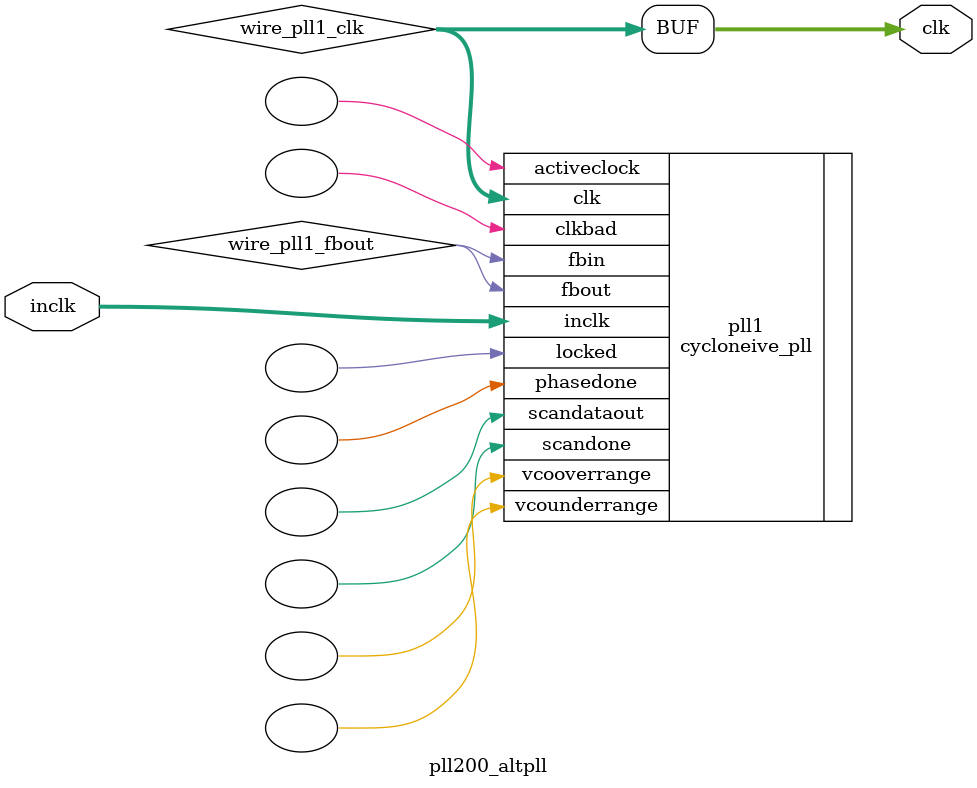
<source format=v>






//synthesis_resources = cycloneive_pll 1 
//synopsys translate_off
`timescale 1 ps / 1 ps
//synopsys translate_on
module  pll200_altpll
	( 
	clk,
	inclk) /* synthesis synthesis_clearbox=1 */;
	output   [4:0]  clk;
	input   [1:0]  inclk;
`ifndef ALTERA_RESERVED_QIS
// synopsys translate_off
`endif
	tri0   [1:0]  inclk;
`ifndef ALTERA_RESERVED_QIS
// synopsys translate_on
`endif

	wire  [4:0]   wire_pll1_clk;
	wire  wire_pll1_fbout;

	cycloneive_pll   pll1
	( 
	.activeclock(),
	.clk(wire_pll1_clk),
	.clkbad(),
	.fbin(wire_pll1_fbout),
	.fbout(wire_pll1_fbout),
	.inclk(inclk),
	.locked(),
	.phasedone(),
	.scandataout(),
	.scandone(),
	.vcooverrange(),
	.vcounderrange()
	`ifndef FORMAL_VERIFICATION
	// synopsys translate_off
	`endif
	,
	.areset(1'b0),
	.clkswitch(1'b0),
	.configupdate(1'b0),
	.pfdena(1'b1),
	.phasecounterselect({3{1'b0}}),
	.phasestep(1'b0),
	.phaseupdown(1'b0),
	.scanclk(1'b0),
	.scanclkena(1'b1),
	.scandata(1'b0)
	`ifndef FORMAL_VERIFICATION
	// synopsys translate_on
	`endif
	);
	defparam
		pll1.bandwidth_type = "auto",
		pll1.clk0_divide_by = 1,
		pll1.clk0_duty_cycle = 50,
		pll1.clk0_multiply_by = 4,
		pll1.clk0_phase_shift = "0",
		pll1.compensate_clock = "clk0",
		pll1.inclk0_input_frequency = 20000,
		pll1.operation_mode = "normal",
		pll1.pll_type = "auto",
		pll1.lpm_type = "cycloneive_pll";
	assign
		clk = {wire_pll1_clk[4:0]};
endmodule //pll200_altpll
//VALID FILE

</source>
